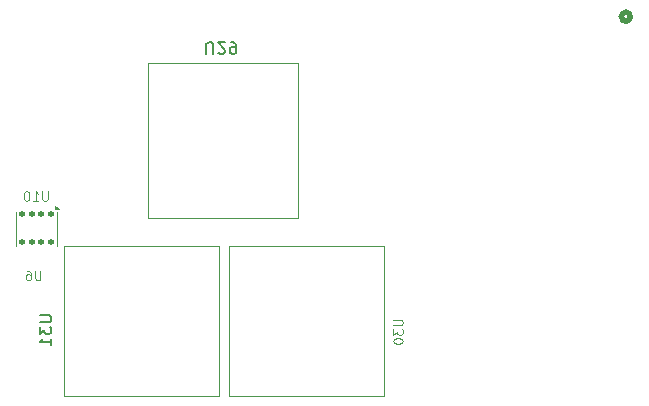
<source format=gbo>
%TF.GenerationSoftware,KiCad,Pcbnew,7.0.11*%
%TF.CreationDate,2024-03-27T11:39:53-04:00*%
%TF.ProjectId,Sensor-Board,53656e73-6f72-42d4-926f-6172642e6b69,rev?*%
%TF.SameCoordinates,Original*%
%TF.FileFunction,Legend,Bot*%
%TF.FilePolarity,Positive*%
%FSLAX46Y46*%
G04 Gerber Fmt 4.6, Leading zero omitted, Abs format (unit mm)*
G04 Created by KiCad (PCBNEW 7.0.11) date 2024-03-27 11:39:53*
%MOMM*%
%LPD*%
G01*
G04 APERTURE LIST*
G04 Aperture macros list*
%AMRoundRect*
0 Rectangle with rounded corners*
0 $1 Rounding radius*
0 $2 $3 $4 $5 $6 $7 $8 $9 X,Y pos of 4 corners*
0 Add a 4 corners polygon primitive as box body*
4,1,4,$2,$3,$4,$5,$6,$7,$8,$9,$2,$3,0*
0 Add four circle primitives for the rounded corners*
1,1,$1+$1,$2,$3*
1,1,$1+$1,$4,$5*
1,1,$1+$1,$6,$7*
1,1,$1+$1,$8,$9*
0 Add four rect primitives between the rounded corners*
20,1,$1+$1,$2,$3,$4,$5,0*
20,1,$1+$1,$4,$5,$6,$7,0*
20,1,$1+$1,$6,$7,$8,$9,0*
20,1,$1+$1,$8,$9,$2,$3,0*%
G04 Aperture macros list end*
%ADD10C,0.100000*%
%ADD11C,0.150000*%
%ADD12C,0.508000*%
%ADD13C,0.120000*%
%ADD14C,1.498600*%
%ADD15C,10.500000*%
%ADD16C,1.830000*%
%ADD17RoundRect,0.125000X0.125000X0.137500X-0.125000X0.137500X-0.125000X-0.137500X0.125000X-0.137500X0*%
G04 APERTURE END LIST*
D10*
X122159523Y-96439895D02*
X122159523Y-97087514D01*
X122159523Y-97087514D02*
X122121428Y-97163704D01*
X122121428Y-97163704D02*
X122083333Y-97201800D01*
X122083333Y-97201800D02*
X122007142Y-97239895D01*
X122007142Y-97239895D02*
X121854761Y-97239895D01*
X121854761Y-97239895D02*
X121778571Y-97201800D01*
X121778571Y-97201800D02*
X121740476Y-97163704D01*
X121740476Y-97163704D02*
X121702380Y-97087514D01*
X121702380Y-97087514D02*
X121702380Y-96439895D01*
X120978571Y-96439895D02*
X121130952Y-96439895D01*
X121130952Y-96439895D02*
X121207143Y-96477990D01*
X121207143Y-96477990D02*
X121245238Y-96516085D01*
X121245238Y-96516085D02*
X121321428Y-96630371D01*
X121321428Y-96630371D02*
X121359524Y-96782752D01*
X121359524Y-96782752D02*
X121359524Y-97087514D01*
X121359524Y-97087514D02*
X121321428Y-97163704D01*
X121321428Y-97163704D02*
X121283333Y-97201800D01*
X121283333Y-97201800D02*
X121207143Y-97239895D01*
X121207143Y-97239895D02*
X121054762Y-97239895D01*
X121054762Y-97239895D02*
X120978571Y-97201800D01*
X120978571Y-97201800D02*
X120940476Y-97163704D01*
X120940476Y-97163704D02*
X120902381Y-97087514D01*
X120902381Y-97087514D02*
X120902381Y-96897038D01*
X120902381Y-96897038D02*
X120940476Y-96820847D01*
X120940476Y-96820847D02*
X120978571Y-96782752D01*
X120978571Y-96782752D02*
X121054762Y-96744657D01*
X121054762Y-96744657D02*
X121207143Y-96744657D01*
X121207143Y-96744657D02*
X121283333Y-96782752D01*
X121283333Y-96782752D02*
X121321428Y-96820847D01*
X121321428Y-96820847D02*
X121359524Y-96897038D01*
X152039895Y-100609524D02*
X152687514Y-100609524D01*
X152687514Y-100609524D02*
X152763704Y-100647619D01*
X152763704Y-100647619D02*
X152801800Y-100685714D01*
X152801800Y-100685714D02*
X152839895Y-100761905D01*
X152839895Y-100761905D02*
X152839895Y-100914286D01*
X152839895Y-100914286D02*
X152801800Y-100990476D01*
X152801800Y-100990476D02*
X152763704Y-101028571D01*
X152763704Y-101028571D02*
X152687514Y-101066667D01*
X152687514Y-101066667D02*
X152039895Y-101066667D01*
X152039895Y-101371428D02*
X152039895Y-101866666D01*
X152039895Y-101866666D02*
X152344657Y-101600000D01*
X152344657Y-101600000D02*
X152344657Y-101714285D01*
X152344657Y-101714285D02*
X152382752Y-101790476D01*
X152382752Y-101790476D02*
X152420847Y-101828571D01*
X152420847Y-101828571D02*
X152497038Y-101866666D01*
X152497038Y-101866666D02*
X152687514Y-101866666D01*
X152687514Y-101866666D02*
X152763704Y-101828571D01*
X152763704Y-101828571D02*
X152801800Y-101790476D01*
X152801800Y-101790476D02*
X152839895Y-101714285D01*
X152839895Y-101714285D02*
X152839895Y-101485714D01*
X152839895Y-101485714D02*
X152801800Y-101409523D01*
X152801800Y-101409523D02*
X152763704Y-101371428D01*
X152039895Y-102361905D02*
X152039895Y-102438095D01*
X152039895Y-102438095D02*
X152077990Y-102514286D01*
X152077990Y-102514286D02*
X152116085Y-102552381D01*
X152116085Y-102552381D02*
X152192276Y-102590476D01*
X152192276Y-102590476D02*
X152344657Y-102628571D01*
X152344657Y-102628571D02*
X152535133Y-102628571D01*
X152535133Y-102628571D02*
X152687514Y-102590476D01*
X152687514Y-102590476D02*
X152763704Y-102552381D01*
X152763704Y-102552381D02*
X152801800Y-102514286D01*
X152801800Y-102514286D02*
X152839895Y-102438095D01*
X152839895Y-102438095D02*
X152839895Y-102361905D01*
X152839895Y-102361905D02*
X152801800Y-102285714D01*
X152801800Y-102285714D02*
X152763704Y-102247619D01*
X152763704Y-102247619D02*
X152687514Y-102209524D01*
X152687514Y-102209524D02*
X152535133Y-102171428D01*
X152535133Y-102171428D02*
X152344657Y-102171428D01*
X152344657Y-102171428D02*
X152192276Y-102209524D01*
X152192276Y-102209524D02*
X152116085Y-102247619D01*
X152116085Y-102247619D02*
X152077990Y-102285714D01*
X152077990Y-102285714D02*
X152039895Y-102361905D01*
D11*
X136211905Y-78095180D02*
X136211905Y-77285657D01*
X136211905Y-77285657D02*
X136259524Y-77190419D01*
X136259524Y-77190419D02*
X136307143Y-77142800D01*
X136307143Y-77142800D02*
X136402381Y-77095180D01*
X136402381Y-77095180D02*
X136592857Y-77095180D01*
X136592857Y-77095180D02*
X136688095Y-77142800D01*
X136688095Y-77142800D02*
X136735714Y-77190419D01*
X136735714Y-77190419D02*
X136783333Y-77285657D01*
X136783333Y-77285657D02*
X136783333Y-78095180D01*
X137211905Y-77999942D02*
X137259524Y-78047561D01*
X137259524Y-78047561D02*
X137354762Y-78095180D01*
X137354762Y-78095180D02*
X137592857Y-78095180D01*
X137592857Y-78095180D02*
X137688095Y-78047561D01*
X137688095Y-78047561D02*
X137735714Y-77999942D01*
X137735714Y-77999942D02*
X137783333Y-77904704D01*
X137783333Y-77904704D02*
X137783333Y-77809466D01*
X137783333Y-77809466D02*
X137735714Y-77666609D01*
X137735714Y-77666609D02*
X137164286Y-77095180D01*
X137164286Y-77095180D02*
X137783333Y-77095180D01*
X138259524Y-77095180D02*
X138450000Y-77095180D01*
X138450000Y-77095180D02*
X138545238Y-77142800D01*
X138545238Y-77142800D02*
X138592857Y-77190419D01*
X138592857Y-77190419D02*
X138688095Y-77333276D01*
X138688095Y-77333276D02*
X138735714Y-77523752D01*
X138735714Y-77523752D02*
X138735714Y-77904704D01*
X138735714Y-77904704D02*
X138688095Y-77999942D01*
X138688095Y-77999942D02*
X138640476Y-78047561D01*
X138640476Y-78047561D02*
X138545238Y-78095180D01*
X138545238Y-78095180D02*
X138354762Y-78095180D01*
X138354762Y-78095180D02*
X138259524Y-78047561D01*
X138259524Y-78047561D02*
X138211905Y-77999942D01*
X138211905Y-77999942D02*
X138164286Y-77904704D01*
X138164286Y-77904704D02*
X138164286Y-77666609D01*
X138164286Y-77666609D02*
X138211905Y-77571371D01*
X138211905Y-77571371D02*
X138259524Y-77523752D01*
X138259524Y-77523752D02*
X138354762Y-77476133D01*
X138354762Y-77476133D02*
X138545238Y-77476133D01*
X138545238Y-77476133D02*
X138640476Y-77523752D01*
X138640476Y-77523752D02*
X138688095Y-77571371D01*
X138688095Y-77571371D02*
X138735714Y-77666609D01*
X122079819Y-100236905D02*
X122889342Y-100236905D01*
X122889342Y-100236905D02*
X122984580Y-100284524D01*
X122984580Y-100284524D02*
X123032200Y-100332143D01*
X123032200Y-100332143D02*
X123079819Y-100427381D01*
X123079819Y-100427381D02*
X123079819Y-100617857D01*
X123079819Y-100617857D02*
X123032200Y-100713095D01*
X123032200Y-100713095D02*
X122984580Y-100760714D01*
X122984580Y-100760714D02*
X122889342Y-100808333D01*
X122889342Y-100808333D02*
X122079819Y-100808333D01*
X122079819Y-101189286D02*
X122079819Y-101808333D01*
X122079819Y-101808333D02*
X122460771Y-101475000D01*
X122460771Y-101475000D02*
X122460771Y-101617857D01*
X122460771Y-101617857D02*
X122508390Y-101713095D01*
X122508390Y-101713095D02*
X122556009Y-101760714D01*
X122556009Y-101760714D02*
X122651247Y-101808333D01*
X122651247Y-101808333D02*
X122889342Y-101808333D01*
X122889342Y-101808333D02*
X122984580Y-101760714D01*
X122984580Y-101760714D02*
X123032200Y-101713095D01*
X123032200Y-101713095D02*
X123079819Y-101617857D01*
X123079819Y-101617857D02*
X123079819Y-101332143D01*
X123079819Y-101332143D02*
X123032200Y-101236905D01*
X123032200Y-101236905D02*
X122984580Y-101189286D01*
X123079819Y-102760714D02*
X123079819Y-102189286D01*
X123079819Y-102475000D02*
X122079819Y-102475000D01*
X122079819Y-102475000D02*
X122222676Y-102379762D01*
X122222676Y-102379762D02*
X122317914Y-102284524D01*
X122317914Y-102284524D02*
X122365533Y-102189286D01*
D10*
X122782975Y-89719895D02*
X122782975Y-90367514D01*
X122782975Y-90367514D02*
X122744880Y-90443704D01*
X122744880Y-90443704D02*
X122706785Y-90481800D01*
X122706785Y-90481800D02*
X122630594Y-90519895D01*
X122630594Y-90519895D02*
X122478213Y-90519895D01*
X122478213Y-90519895D02*
X122402023Y-90481800D01*
X122402023Y-90481800D02*
X122363928Y-90443704D01*
X122363928Y-90443704D02*
X122325832Y-90367514D01*
X122325832Y-90367514D02*
X122325832Y-89719895D01*
X121525833Y-90519895D02*
X121982976Y-90519895D01*
X121754404Y-90519895D02*
X121754404Y-89719895D01*
X121754404Y-89719895D02*
X121830595Y-89834180D01*
X121830595Y-89834180D02*
X121906785Y-89910371D01*
X121906785Y-89910371D02*
X121982976Y-89948466D01*
X121030594Y-89719895D02*
X120954404Y-89719895D01*
X120954404Y-89719895D02*
X120878213Y-89757990D01*
X120878213Y-89757990D02*
X120840118Y-89796085D01*
X120840118Y-89796085D02*
X120802023Y-89872276D01*
X120802023Y-89872276D02*
X120763928Y-90024657D01*
X120763928Y-90024657D02*
X120763928Y-90215133D01*
X120763928Y-90215133D02*
X120802023Y-90367514D01*
X120802023Y-90367514D02*
X120840118Y-90443704D01*
X120840118Y-90443704D02*
X120878213Y-90481800D01*
X120878213Y-90481800D02*
X120954404Y-90519895D01*
X120954404Y-90519895D02*
X121030594Y-90519895D01*
X121030594Y-90519895D02*
X121106785Y-90481800D01*
X121106785Y-90481800D02*
X121144880Y-90443704D01*
X121144880Y-90443704D02*
X121182975Y-90367514D01*
X121182975Y-90367514D02*
X121221071Y-90215133D01*
X121221071Y-90215133D02*
X121221071Y-90024657D01*
X121221071Y-90024657D02*
X121182975Y-89872276D01*
X121182975Y-89872276D02*
X121144880Y-89796085D01*
X121144880Y-89796085D02*
X121106785Y-89757990D01*
X121106785Y-89757990D02*
X121030594Y-89719895D01*
D12*
%TO.C,J2*%
X172106000Y-74939600D02*
G75*
G03*
X171344000Y-74939600I-381000J0D01*
G01*
X171344000Y-74939600D02*
G75*
G03*
X172106000Y-74939600I381000J0D01*
G01*
D13*
%TO.C,U30*%
X138080000Y-107020000D02*
X151220000Y-107020000D01*
X151220000Y-107020000D02*
X151220000Y-94340000D01*
X151220000Y-94340000D02*
X138080000Y-94340000D01*
X138080000Y-94340000D02*
X138080000Y-107020000D01*
%TO.C,U29*%
X143960000Y-91970000D02*
X131280000Y-91970000D01*
X131280000Y-91970000D02*
X131280000Y-78830000D01*
X131280000Y-78830000D02*
X143960000Y-78830000D01*
X143960000Y-78830000D02*
X143960000Y-91970000D01*
%TO.C,U31*%
X137270000Y-94340000D02*
X124130000Y-94340000D01*
X124130000Y-94340000D02*
X124130000Y-107020000D01*
X124130000Y-107020000D02*
X137270000Y-107020000D01*
X137270000Y-107020000D02*
X137270000Y-94340000D01*
%TO.C,U10*%
X123520000Y-91477500D02*
X123520000Y-94337500D01*
X120100000Y-91477500D02*
X120100000Y-94337500D01*
X123690000Y-91237500D02*
X123410000Y-91237500D01*
X123410000Y-90957500D01*
X123690000Y-91237500D01*
G36*
X123690000Y-91237500D02*
G01*
X123410000Y-91237500D01*
X123410000Y-90957500D01*
X123690000Y-91237500D01*
G37*
%TD*%
%LPC*%
D14*
%TO.C,J2*%
X171725000Y-78200000D03*
X171725000Y-80700000D03*
X171725000Y-83200000D03*
X171725000Y-85700000D03*
%TD*%
D15*
%TO.C,H2*%
X106450200Y-127058400D03*
%TD*%
%TO.C,H1*%
X106450200Y-64236400D03*
%TD*%
D16*
%TO.C,U27*%
X127500000Y-92590000D03*
X127500000Y-90040000D03*
X127500000Y-87500000D03*
%TD*%
D15*
%TO.C,H6*%
X168934200Y-127096400D03*
%TD*%
D16*
%TO.C,U28*%
X147850000Y-87380000D03*
X147850000Y-89930000D03*
X147850000Y-92470000D03*
%TD*%
D15*
%TO.C,H4*%
X168934200Y-95627500D03*
%TD*%
%TO.C,H5*%
X168934200Y-64196600D03*
%TD*%
%TO.C,H3*%
X106450200Y-95627500D03*
%TD*%
D16*
%TO.C,U23*%
X140140000Y-108750000D03*
X137590000Y-108750000D03*
X135050000Y-108750000D03*
%TD*%
%TO.C,U30*%
X147850000Y-103250000D03*
X147850000Y-100700000D03*
X147850000Y-98160000D03*
%TD*%
%TO.C,U29*%
X140190000Y-82200000D03*
X137640000Y-82200000D03*
X135100000Y-82200000D03*
%TD*%
%TO.C,U31*%
X127500000Y-98110000D03*
X127500000Y-100660000D03*
X127500000Y-103200000D03*
%TD*%
D17*
%TO.C,U10*%
X123010000Y-91650000D03*
X122210000Y-91650000D03*
X121410000Y-91650000D03*
X120610000Y-91650000D03*
X120610000Y-94025000D03*
X121410000Y-94025000D03*
X122210000Y-94025000D03*
X123010000Y-94025000D03*
%TD*%
%LPD*%
M02*

</source>
